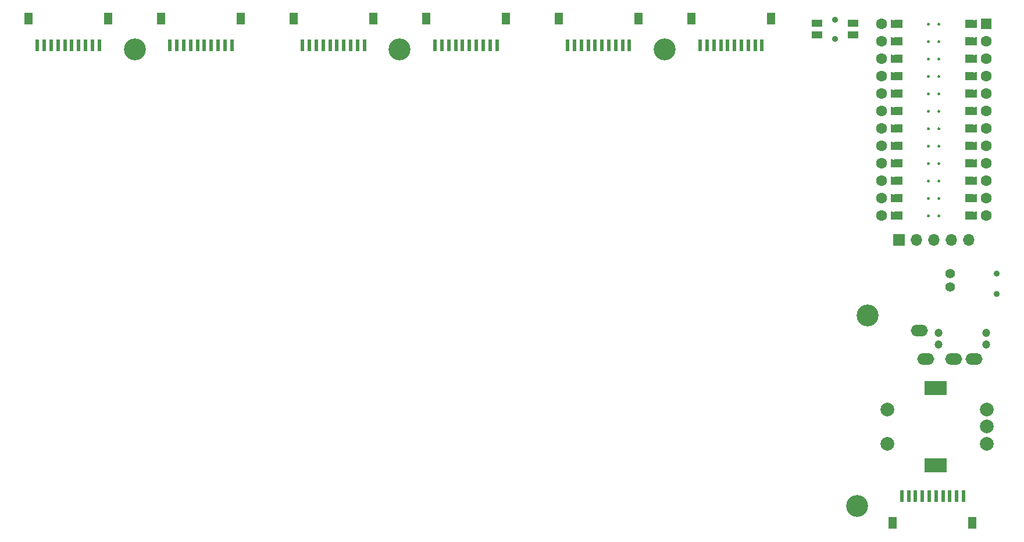
<source format=gbs>
G04 #@! TF.GenerationSoftware,KiCad,Pcbnew,7.0.8*
G04 #@! TF.CreationDate,2023-10-21T22:21:03-07:00*
G04 #@! TF.ProjectId,Seismos_5CoreL,53656973-6d6f-4735-9f35-436f72654c2e,rev?*
G04 #@! TF.SameCoordinates,Original*
G04 #@! TF.FileFunction,Soldermask,Bot*
G04 #@! TF.FilePolarity,Negative*
%FSLAX46Y46*%
G04 Gerber Fmt 4.6, Leading zero omitted, Abs format (unit mm)*
G04 Created by KiCad (PCBNEW 7.0.8) date 2023-10-21 22:21:03*
%MOMM*%
%LPD*%
G01*
G04 APERTURE LIST*
G04 Aperture macros list*
%AMFreePoly0*
4,1,6,0.600000,0.200000,0.000000,-0.400000,-0.600000,0.200000,-0.600000,0.400000,0.600000,0.400000,0.600000,0.200000,0.600000,0.200000,$1*%
%AMFreePoly1*
4,1,6,0.600000,-0.250000,-0.600000,-0.250000,-0.600000,1.000000,0.000000,0.400000,0.600000,1.000000,0.600000,-0.250000,0.600000,-0.250000,$1*%
G04 Aperture macros list end*
%ADD10C,0.250000*%
%ADD11C,0.100000*%
%ADD12C,2.000000*%
%ADD13R,3.200000X2.000000*%
%ADD14C,1.200000*%
%ADD15O,2.500000X1.700000*%
%ADD16C,3.200000*%
%ADD17R,1.700000X1.700000*%
%ADD18O,1.700000X1.700000*%
%ADD19C,0.900000*%
%ADD20C,1.400000*%
%ADD21C,1.600000*%
%ADD22R,1.600000X1.600000*%
%ADD23FreePoly0,270.000000*%
%ADD24FreePoly0,90.000000*%
%ADD25FreePoly1,90.000000*%
%ADD26FreePoly1,270.000000*%
%ADD27R,0.600000X1.700000*%
%ADD28R,1.200000X1.800000*%
%ADD29R,1.550000X1.000000*%
G04 APERTURE END LIST*
D10*
X166523000Y-22286000D02*
G75*
G03*
X166523000Y-22286000I-125000J0D01*
G01*
X164999000Y-22286000D02*
G75*
G03*
X164999000Y-22286000I-125000J0D01*
G01*
X166523000Y-24826000D02*
G75*
G03*
X166523000Y-24826000I-125000J0D01*
G01*
X164999000Y-24826000D02*
G75*
G03*
X164999000Y-24826000I-125000J0D01*
G01*
X166523000Y-27366000D02*
G75*
G03*
X166523000Y-27366000I-125000J0D01*
G01*
X164999000Y-27366000D02*
G75*
G03*
X164999000Y-27366000I-125000J0D01*
G01*
X166523000Y-29906000D02*
G75*
G03*
X166523000Y-29906000I-125000J0D01*
G01*
X164999000Y-29906000D02*
G75*
G03*
X164999000Y-29906000I-125000J0D01*
G01*
X166523000Y-32446000D02*
G75*
G03*
X166523000Y-32446000I-125000J0D01*
G01*
X164999000Y-32446000D02*
G75*
G03*
X164999000Y-32446000I-125000J0D01*
G01*
X166523000Y-34986000D02*
G75*
G03*
X166523000Y-34986000I-125000J0D01*
G01*
X164999000Y-34986000D02*
G75*
G03*
X164999000Y-34986000I-125000J0D01*
G01*
X166523000Y-37526000D02*
G75*
G03*
X166523000Y-37526000I-125000J0D01*
G01*
X164999000Y-37526000D02*
G75*
G03*
X164999000Y-37526000I-125000J0D01*
G01*
X166523000Y-40066000D02*
G75*
G03*
X166523000Y-40066000I-125000J0D01*
G01*
X164999000Y-40066000D02*
G75*
G03*
X164999000Y-40066000I-125000J0D01*
G01*
X166523000Y-42606000D02*
G75*
G03*
X166523000Y-42606000I-125000J0D01*
G01*
X164999000Y-42606000D02*
G75*
G03*
X164999000Y-42606000I-125000J0D01*
G01*
X166523000Y-45146000D02*
G75*
G03*
X166523000Y-45146000I-125000J0D01*
G01*
X164999000Y-45146000D02*
G75*
G03*
X164999000Y-45146000I-125000J0D01*
G01*
X166523000Y-47686000D02*
G75*
G03*
X166523000Y-47686000I-125000J0D01*
G01*
X164999000Y-47686000D02*
G75*
G03*
X164999000Y-47686000I-125000J0D01*
G01*
X166523000Y-50226000D02*
G75*
G03*
X166523000Y-50226000I-125000J0D01*
G01*
X164999000Y-50226000D02*
G75*
G03*
X164999000Y-50226000I-125000J0D01*
G01*
D11*
X160556000Y-22794000D02*
X159540000Y-22794000D01*
X159540000Y-21778000D01*
X160556000Y-21778000D01*
X160556000Y-22794000D01*
G36*
X160556000Y-22794000D02*
G01*
X159540000Y-22794000D01*
X159540000Y-21778000D01*
X160556000Y-21778000D01*
X160556000Y-22794000D01*
G37*
X171732000Y-22794000D02*
X170716000Y-22794000D01*
X170716000Y-21778000D01*
X171732000Y-21778000D01*
X171732000Y-22794000D01*
G36*
X171732000Y-22794000D02*
G01*
X170716000Y-22794000D01*
X170716000Y-21778000D01*
X171732000Y-21778000D01*
X171732000Y-22794000D01*
G37*
X160556000Y-25334000D02*
X159540000Y-25334000D01*
X159540000Y-24318000D01*
X160556000Y-24318000D01*
X160556000Y-25334000D01*
G36*
X160556000Y-25334000D02*
G01*
X159540000Y-25334000D01*
X159540000Y-24318000D01*
X160556000Y-24318000D01*
X160556000Y-25334000D01*
G37*
X171732000Y-25334000D02*
X170716000Y-25334000D01*
X170716000Y-24318000D01*
X171732000Y-24318000D01*
X171732000Y-25334000D01*
G36*
X171732000Y-25334000D02*
G01*
X170716000Y-25334000D01*
X170716000Y-24318000D01*
X171732000Y-24318000D01*
X171732000Y-25334000D01*
G37*
X160556000Y-27874000D02*
X159540000Y-27874000D01*
X159540000Y-26858000D01*
X160556000Y-26858000D01*
X160556000Y-27874000D01*
G36*
X160556000Y-27874000D02*
G01*
X159540000Y-27874000D01*
X159540000Y-26858000D01*
X160556000Y-26858000D01*
X160556000Y-27874000D01*
G37*
X171732000Y-27874000D02*
X170716000Y-27874000D01*
X170716000Y-26858000D01*
X171732000Y-26858000D01*
X171732000Y-27874000D01*
G36*
X171732000Y-27874000D02*
G01*
X170716000Y-27874000D01*
X170716000Y-26858000D01*
X171732000Y-26858000D01*
X171732000Y-27874000D01*
G37*
X160556000Y-30414000D02*
X159540000Y-30414000D01*
X159540000Y-29398000D01*
X160556000Y-29398000D01*
X160556000Y-30414000D01*
G36*
X160556000Y-30414000D02*
G01*
X159540000Y-30414000D01*
X159540000Y-29398000D01*
X160556000Y-29398000D01*
X160556000Y-30414000D01*
G37*
X171732000Y-30414000D02*
X170716000Y-30414000D01*
X170716000Y-29398000D01*
X171732000Y-29398000D01*
X171732000Y-30414000D01*
G36*
X171732000Y-30414000D02*
G01*
X170716000Y-30414000D01*
X170716000Y-29398000D01*
X171732000Y-29398000D01*
X171732000Y-30414000D01*
G37*
X160556000Y-32954000D02*
X159540000Y-32954000D01*
X159540000Y-31938000D01*
X160556000Y-31938000D01*
X160556000Y-32954000D01*
G36*
X160556000Y-32954000D02*
G01*
X159540000Y-32954000D01*
X159540000Y-31938000D01*
X160556000Y-31938000D01*
X160556000Y-32954000D01*
G37*
X171732000Y-32954000D02*
X170716000Y-32954000D01*
X170716000Y-31938000D01*
X171732000Y-31938000D01*
X171732000Y-32954000D01*
G36*
X171732000Y-32954000D02*
G01*
X170716000Y-32954000D01*
X170716000Y-31938000D01*
X171732000Y-31938000D01*
X171732000Y-32954000D01*
G37*
X160556000Y-35494000D02*
X159540000Y-35494000D01*
X159540000Y-34478000D01*
X160556000Y-34478000D01*
X160556000Y-35494000D01*
G36*
X160556000Y-35494000D02*
G01*
X159540000Y-35494000D01*
X159540000Y-34478000D01*
X160556000Y-34478000D01*
X160556000Y-35494000D01*
G37*
X171732000Y-35494000D02*
X170716000Y-35494000D01*
X170716000Y-34478000D01*
X171732000Y-34478000D01*
X171732000Y-35494000D01*
G36*
X171732000Y-35494000D02*
G01*
X170716000Y-35494000D01*
X170716000Y-34478000D01*
X171732000Y-34478000D01*
X171732000Y-35494000D01*
G37*
X160556000Y-38034000D02*
X159540000Y-38034000D01*
X159540000Y-37018000D01*
X160556000Y-37018000D01*
X160556000Y-38034000D01*
G36*
X160556000Y-38034000D02*
G01*
X159540000Y-38034000D01*
X159540000Y-37018000D01*
X160556000Y-37018000D01*
X160556000Y-38034000D01*
G37*
X171732000Y-38034000D02*
X170716000Y-38034000D01*
X170716000Y-37018000D01*
X171732000Y-37018000D01*
X171732000Y-38034000D01*
G36*
X171732000Y-38034000D02*
G01*
X170716000Y-38034000D01*
X170716000Y-37018000D01*
X171732000Y-37018000D01*
X171732000Y-38034000D01*
G37*
X160556000Y-40574000D02*
X159540000Y-40574000D01*
X159540000Y-39558000D01*
X160556000Y-39558000D01*
X160556000Y-40574000D01*
G36*
X160556000Y-40574000D02*
G01*
X159540000Y-40574000D01*
X159540000Y-39558000D01*
X160556000Y-39558000D01*
X160556000Y-40574000D01*
G37*
X171732000Y-40574000D02*
X170716000Y-40574000D01*
X170716000Y-39558000D01*
X171732000Y-39558000D01*
X171732000Y-40574000D01*
G36*
X171732000Y-40574000D02*
G01*
X170716000Y-40574000D01*
X170716000Y-39558000D01*
X171732000Y-39558000D01*
X171732000Y-40574000D01*
G37*
X160556000Y-43114000D02*
X159540000Y-43114000D01*
X159540000Y-42098000D01*
X160556000Y-42098000D01*
X160556000Y-43114000D01*
G36*
X160556000Y-43114000D02*
G01*
X159540000Y-43114000D01*
X159540000Y-42098000D01*
X160556000Y-42098000D01*
X160556000Y-43114000D01*
G37*
X171732000Y-43114000D02*
X170716000Y-43114000D01*
X170716000Y-42098000D01*
X171732000Y-42098000D01*
X171732000Y-43114000D01*
G36*
X171732000Y-43114000D02*
G01*
X170716000Y-43114000D01*
X170716000Y-42098000D01*
X171732000Y-42098000D01*
X171732000Y-43114000D01*
G37*
X160556000Y-45654000D02*
X159540000Y-45654000D01*
X159540000Y-44638000D01*
X160556000Y-44638000D01*
X160556000Y-45654000D01*
G36*
X160556000Y-45654000D02*
G01*
X159540000Y-45654000D01*
X159540000Y-44638000D01*
X160556000Y-44638000D01*
X160556000Y-45654000D01*
G37*
X171732000Y-45654000D02*
X170716000Y-45654000D01*
X170716000Y-44638000D01*
X171732000Y-44638000D01*
X171732000Y-45654000D01*
G36*
X171732000Y-45654000D02*
G01*
X170716000Y-45654000D01*
X170716000Y-44638000D01*
X171732000Y-44638000D01*
X171732000Y-45654000D01*
G37*
X160556000Y-48194000D02*
X159540000Y-48194000D01*
X159540000Y-47178000D01*
X160556000Y-47178000D01*
X160556000Y-48194000D01*
G36*
X160556000Y-48194000D02*
G01*
X159540000Y-48194000D01*
X159540000Y-47178000D01*
X160556000Y-47178000D01*
X160556000Y-48194000D01*
G37*
X171732000Y-48194000D02*
X170716000Y-48194000D01*
X170716000Y-47178000D01*
X171732000Y-47178000D01*
X171732000Y-48194000D01*
G36*
X171732000Y-48194000D02*
G01*
X170716000Y-48194000D01*
X170716000Y-47178000D01*
X171732000Y-47178000D01*
X171732000Y-48194000D01*
G37*
X160556000Y-50734000D02*
X159540000Y-50734000D01*
X159540000Y-49718000D01*
X160556000Y-49718000D01*
X160556000Y-50734000D01*
G36*
X160556000Y-50734000D02*
G01*
X159540000Y-50734000D01*
X159540000Y-49718000D01*
X160556000Y-49718000D01*
X160556000Y-50734000D01*
G37*
X171732000Y-50734000D02*
X170716000Y-50734000D01*
X170716000Y-49718000D01*
X171732000Y-49718000D01*
X171732000Y-50734000D01*
G36*
X171732000Y-50734000D02*
G01*
X170716000Y-50734000D01*
X170716000Y-49718000D01*
X171732000Y-49718000D01*
X171732000Y-50734000D01*
G37*
D12*
X173390000Y-83460000D03*
X173390000Y-78460000D03*
X173390000Y-80960000D03*
D13*
X165890000Y-86560000D03*
X165890000Y-75360000D03*
D12*
X158890000Y-78460000D03*
X158890000Y-83460000D03*
D14*
X173330000Y-67275000D03*
X166330000Y-67275000D03*
X173330000Y-69025000D03*
X166330000Y-69025000D03*
D15*
X164530000Y-71125000D03*
X168530000Y-71125000D03*
X171530000Y-71125000D03*
X163530000Y-66925000D03*
D16*
X156000000Y-64750000D03*
X87900000Y-26000000D03*
D17*
X160556000Y-53766000D03*
D18*
X163096000Y-53766000D03*
X165636000Y-53766000D03*
X168176000Y-53766000D03*
X170716000Y-53766000D03*
D19*
X174800000Y-61632000D03*
X174800000Y-58632000D03*
D16*
X49300000Y-26000000D03*
D20*
X168050500Y-58632000D03*
X168050500Y-60632000D03*
D16*
X126500000Y-26000000D03*
D21*
X173256000Y-22286000D03*
D22*
X173256000Y-22286000D03*
D23*
X171478000Y-22286000D03*
D24*
X159794000Y-22286000D03*
D21*
X158016000Y-22286000D03*
X173256000Y-24826000D03*
D23*
X171478000Y-24826000D03*
D24*
X159794000Y-24826000D03*
D21*
X158016000Y-24826000D03*
X173256000Y-27366000D03*
D23*
X171478000Y-27366000D03*
D24*
X159794000Y-27366000D03*
D21*
X158016000Y-27366000D03*
X173256000Y-29906000D03*
D23*
X171478000Y-29906000D03*
D24*
X159794000Y-29906000D03*
D21*
X158016000Y-29906000D03*
X173256000Y-32446000D03*
D23*
X171478000Y-32446000D03*
D24*
X159794000Y-32446000D03*
D21*
X158016000Y-32446000D03*
X173256000Y-34986000D03*
D23*
X171478000Y-34986000D03*
D24*
X159794000Y-34986000D03*
D21*
X158016000Y-34986000D03*
X173256000Y-37526000D03*
D23*
X171478000Y-37526000D03*
D24*
X159794000Y-37526000D03*
D21*
X158016000Y-37526000D03*
X173256000Y-40066000D03*
D23*
X171478000Y-40066000D03*
D24*
X159794000Y-40066000D03*
D21*
X158016000Y-40066000D03*
X173256000Y-42606000D03*
D23*
X171478000Y-42606000D03*
D24*
X159794000Y-42606000D03*
D21*
X158016000Y-42606000D03*
X173256000Y-45146000D03*
D23*
X171478000Y-45146000D03*
D24*
X159794000Y-45146000D03*
D21*
X158016000Y-45146000D03*
X173256000Y-47686000D03*
D23*
X171478000Y-47686000D03*
D24*
X159794000Y-47686000D03*
D21*
X158016000Y-47686000D03*
X173256000Y-50226000D03*
D23*
X171478000Y-50226000D03*
D24*
X159794000Y-50226000D03*
D21*
X158016000Y-50226000D03*
D25*
X160810000Y-22286000D03*
X160810000Y-24826000D03*
X160810000Y-27366000D03*
X160810000Y-29906000D03*
X160810000Y-32446000D03*
X160810000Y-34986000D03*
X160810000Y-37526000D03*
X160810000Y-40066000D03*
X160810000Y-42606000D03*
X160810000Y-45146000D03*
X160810000Y-47686000D03*
X160810000Y-50226000D03*
D26*
X170462000Y-50226000D03*
X170462000Y-47686000D03*
X170462000Y-45146000D03*
X170462000Y-42606000D03*
X170462000Y-40066000D03*
X170462000Y-37526000D03*
X170462000Y-34986000D03*
X170462000Y-32446000D03*
X170462000Y-29906000D03*
X170462000Y-27366000D03*
X170462000Y-24826000D03*
X170462000Y-22286000D03*
D16*
X154500000Y-92500000D03*
D27*
X35150000Y-25386000D03*
X36150000Y-25386000D03*
X37150000Y-25385000D03*
X38150000Y-25385000D03*
X39150000Y-25385000D03*
X40150000Y-25385000D03*
X41150000Y-25385000D03*
X42150000Y-25385000D03*
X43150000Y-25385000D03*
X44150000Y-25385000D03*
D28*
X33850000Y-21510000D03*
X45450000Y-21510000D03*
D27*
X54450000Y-25386000D03*
X55450000Y-25386000D03*
X56450000Y-25385000D03*
X57450000Y-25385000D03*
X58450000Y-25385000D03*
X59450000Y-25385000D03*
X60450000Y-25385000D03*
X61450000Y-25385000D03*
X62450000Y-25385000D03*
X63450000Y-25385000D03*
D28*
X53150000Y-21510000D03*
X64750000Y-21510000D03*
D19*
X151287500Y-24449500D03*
X151287500Y-21649500D03*
D29*
X153887500Y-23899500D03*
X153887500Y-22199500D03*
X148687500Y-23899500D03*
X148687500Y-22199500D03*
D27*
X131650000Y-25386000D03*
X132650000Y-25386000D03*
X133650000Y-25385000D03*
X134650000Y-25385000D03*
X135650000Y-25385000D03*
X136650000Y-25385000D03*
X137650000Y-25385000D03*
X138650000Y-25385000D03*
X139650000Y-25385000D03*
X140650000Y-25385000D03*
D28*
X130350000Y-21510000D03*
X141950000Y-21510000D03*
D27*
X170000000Y-91114000D03*
X169000000Y-91114000D03*
X168000000Y-91115000D03*
X167000000Y-91115000D03*
X166000000Y-91115000D03*
X165000000Y-91115000D03*
X164000000Y-91115000D03*
X163000000Y-91115000D03*
X162000000Y-91115000D03*
X161000000Y-91115000D03*
D28*
X171300000Y-94990000D03*
X159700000Y-94990000D03*
D27*
X93050000Y-25386000D03*
X94050000Y-25386000D03*
X95050000Y-25385000D03*
X96050000Y-25385000D03*
X97050000Y-25385000D03*
X98050000Y-25385000D03*
X99050000Y-25385000D03*
X100050000Y-25385000D03*
X101050000Y-25385000D03*
X102050000Y-25385000D03*
D28*
X91750000Y-21510000D03*
X103350000Y-21510000D03*
D27*
X73750000Y-25386000D03*
X74750000Y-25386000D03*
X75750000Y-25385000D03*
X76750000Y-25385000D03*
X77750000Y-25385000D03*
X78750000Y-25385000D03*
X79750000Y-25385000D03*
X80750000Y-25385000D03*
X81750000Y-25385000D03*
X82750000Y-25385000D03*
D28*
X72450000Y-21510000D03*
X84050000Y-21510000D03*
D27*
X112350000Y-25386000D03*
X113350000Y-25386000D03*
X114350000Y-25385000D03*
X115350000Y-25385000D03*
X116350000Y-25385000D03*
X117350000Y-25385000D03*
X118350000Y-25385000D03*
X119350000Y-25385000D03*
X120350000Y-25385000D03*
X121350000Y-25385000D03*
D28*
X111050000Y-21510000D03*
X122650000Y-21510000D03*
M02*

</source>
